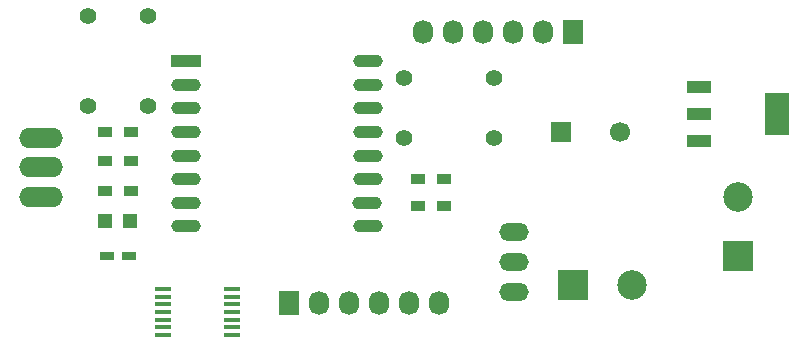
<source format=gts>
G04 #@! TF.FileFunction,Soldermask,Top*
%FSLAX46Y46*%
G04 Gerber Fmt 4.6, Leading zero omitted, Abs format (unit mm)*
G04 Created by KiCad (PCBNEW 4.0.2-stable) date Tuesday, November 01, 2016 'pmt' 12:33:55 pm*
%MOMM*%
G01*
G04 APERTURE LIST*
%ADD10C,0.100000*%
%ADD11R,2.500000X1.100000*%
%ADD12O,2.500000X1.100000*%
%ADD13C,1.700000*%
%ADD14R,1.700000X1.700000*%
%ADD15R,1.200000X0.750000*%
%ADD16R,1.198880X1.198880*%
%ADD17R,2.500000X2.500000*%
%ADD18C,2.500000*%
%ADD19O,3.700000X1.700000*%
%ADD20R,1.727200X2.032000*%
%ADD21O,1.727200X2.032000*%
%ADD22O,2.499360X1.501140*%
%ADD23R,1.200000X0.900000*%
%ADD24C,1.397000*%
%ADD25R,2.032000X3.657600*%
%ADD26R,2.032000X1.016000*%
%ADD27R,1.450000X0.450000*%
G04 APERTURE END LIST*
D10*
D11*
X84300000Y-41000000D03*
D12*
X84300000Y-43000000D03*
X84300000Y-45000000D03*
X84300000Y-47000000D03*
X84300000Y-49000000D03*
X84300000Y-51000000D03*
X84300000Y-53000000D03*
X84300000Y-55000000D03*
X99700000Y-55000000D03*
X99600000Y-53000000D03*
X99700000Y-51000000D03*
X99700000Y-49000000D03*
X99700000Y-47000000D03*
X99700000Y-45000000D03*
X99700000Y-43000000D03*
X99700000Y-41000000D03*
D13*
X121000000Y-47000000D03*
D14*
X116000000Y-47000000D03*
D15*
X77550000Y-57500000D03*
X79450000Y-57500000D03*
D16*
X77450980Y-54500000D03*
X79549020Y-54500000D03*
D17*
X131000000Y-57500000D03*
D18*
X131000000Y-52500000D03*
D19*
X72000000Y-52500000D03*
X72000000Y-50000000D03*
X72000000Y-47500000D03*
D20*
X117000000Y-38500000D03*
D21*
X114460000Y-38500000D03*
X111920000Y-38500000D03*
X109380000Y-38500000D03*
X106840000Y-38500000D03*
X104300000Y-38500000D03*
D20*
X93000000Y-61500000D03*
D21*
X95540000Y-61500000D03*
X98080000Y-61500000D03*
X100620000Y-61500000D03*
X103160000Y-61500000D03*
X105700000Y-61500000D03*
D17*
X117000000Y-60000000D03*
D18*
X122000000Y-60000000D03*
D22*
X112000000Y-58000000D03*
X112000000Y-60540000D03*
X112000000Y-55460000D03*
D23*
X79600000Y-47000000D03*
X77400000Y-47000000D03*
X79600000Y-49500000D03*
X77400000Y-49500000D03*
X77400000Y-52000000D03*
X79600000Y-52000000D03*
X106100000Y-53250000D03*
X103900000Y-53250000D03*
X106100000Y-51000000D03*
X103900000Y-51000000D03*
D24*
X81040000Y-44810000D03*
X75960000Y-44810000D03*
X81040000Y-37190000D03*
X75960000Y-37190000D03*
X110310000Y-42460000D03*
X110310000Y-47540000D03*
X102690000Y-42460000D03*
X102690000Y-47540000D03*
D25*
X134302000Y-45500000D03*
D26*
X127698000Y-45500000D03*
X127698000Y-47786000D03*
X127698000Y-43214000D03*
D27*
X82300000Y-60300000D03*
X82300000Y-60950000D03*
X82300000Y-61600000D03*
X82300000Y-62250000D03*
X82300000Y-62900000D03*
X82300000Y-63550000D03*
X82300000Y-64200000D03*
X88200000Y-64200000D03*
X88200000Y-63550000D03*
X88200000Y-62900000D03*
X88200000Y-62250000D03*
X88200000Y-61600000D03*
X88200000Y-60950000D03*
X88200000Y-60300000D03*
M02*

</source>
